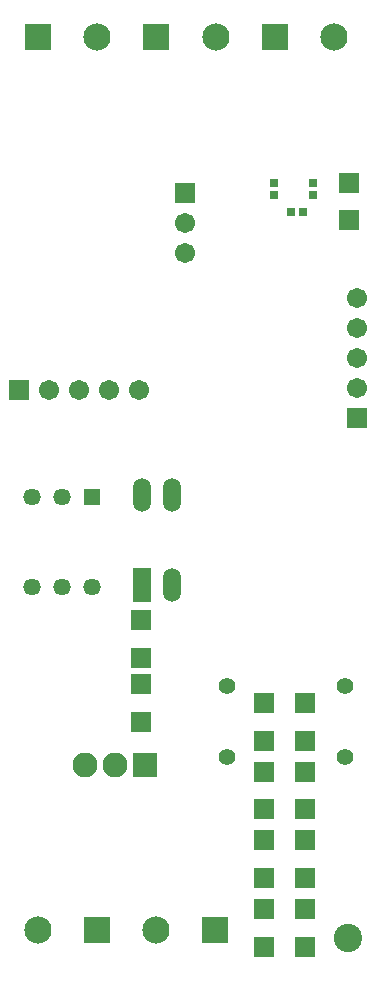
<source format=gbs>
G04*
G04 #@! TF.GenerationSoftware,Altium Limited,Altium Designer,20.0.13 (296)*
G04*
G04 Layer_Color=16711935*
%FSLAX44Y44*%
%MOMM*%
G71*
G01*
G75*
%ADD29R,0.8032X0.7032*%
%ADD31R,0.7032X0.8032*%
%ADD37R,1.8032X1.8032*%
%ADD40C,2.4032*%
%ADD41R,1.4632X1.4632*%
%ADD42C,1.4632*%
%ADD43O,1.5240X2.8448*%
%ADD44R,1.5240X2.8448*%
%ADD45R,1.7032X1.7032*%
%ADD46C,1.7032*%
%ADD47R,1.7112X1.7112*%
%ADD48C,1.7112*%
%ADD49R,1.7032X1.7032*%
%ADD50C,2.1132*%
%ADD51R,2.1132X2.1132*%
%ADD52C,1.4032*%
%ADD53R,2.3032X2.3032*%
%ADD54C,2.3032*%
D29*
X269250Y679000D02*
D03*
Y689000D02*
D03*
X236750Y679250D02*
D03*
Y689250D02*
D03*
D31*
X251250Y664750D02*
D03*
X261250D02*
D03*
D37*
X300250Y657500D02*
D03*
Y689500D02*
D03*
X124250Y232500D02*
D03*
Y264500D02*
D03*
Y287250D02*
D03*
Y319250D02*
D03*
X228000Y249000D02*
D03*
Y217000D02*
D03*
Y190750D02*
D03*
Y158750D02*
D03*
Y132500D02*
D03*
Y100500D02*
D03*
Y74250D02*
D03*
Y42250D02*
D03*
X262750D02*
D03*
Y74250D02*
D03*
Y100500D02*
D03*
Y132500D02*
D03*
X262750Y249000D02*
D03*
Y217000D02*
D03*
Y190750D02*
D03*
Y158750D02*
D03*
D40*
X299500Y49750D02*
D03*
D41*
X82400Y423600D02*
D03*
D42*
X57000D02*
D03*
X31600D02*
D03*
Y347400D02*
D03*
X57000D02*
D03*
X82400D02*
D03*
D43*
X124550Y424600D02*
D03*
X149950D02*
D03*
Y348400D02*
D03*
D44*
X124550D02*
D03*
D45*
X20600Y513750D02*
D03*
D46*
X46000D02*
D03*
X71400D02*
D03*
X96800D02*
D03*
X122200D02*
D03*
X306500Y515200D02*
D03*
Y540600D02*
D03*
Y566000D02*
D03*
Y591400D02*
D03*
D47*
X160750Y680650D02*
D03*
D48*
Y655250D02*
D03*
Y629850D02*
D03*
D49*
X306500Y489800D02*
D03*
D50*
X76200Y196000D02*
D03*
X101600D02*
D03*
D51*
X127000D02*
D03*
D52*
X196500Y203000D02*
D03*
X296500D02*
D03*
Y263000D02*
D03*
X196500D02*
D03*
D53*
X137000Y812500D02*
D03*
X237000D02*
D03*
X87000Y56500D02*
D03*
X186750D02*
D03*
X37000Y812500D02*
D03*
D54*
X187000D02*
D03*
X287000D02*
D03*
X37000Y56500D02*
D03*
X136750D02*
D03*
X87000Y812500D02*
D03*
M02*

</source>
